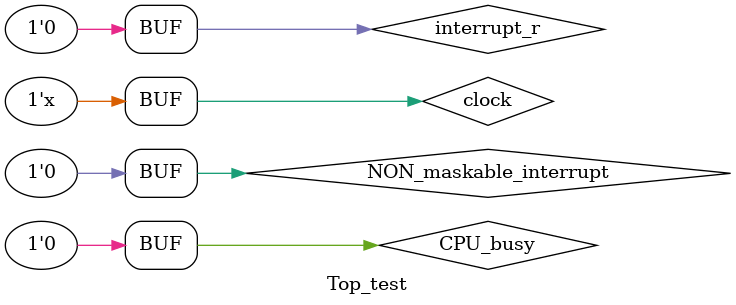
<source format=v>
`timescale 1ns / 1ps


module Top_test;

	// Inputs
	reg clock;
	reg NON_maskable_interrupt;
	reg interrupt_r;
	reg CPU_busy;

	// Outputs
	wire INA;
	wire [31:0] pc_out;
	wire [3:0] system_state;
	wire [31:0] PCIN;
	wire [4:0] reg_write_dest;
	wire [31:0] reg_write_data;
	wire [31:0] regdata1;
	wire [31:0] regdata2;

	// Instantiate the Unit Under Test (UUT)
	Top uut (
		.clock(clock), 
		.NON_maskable_interrupt(NON_maskable_interrupt), 
		.interrupt_r(interrupt_r), 
		.CPU_busy(CPU_busy), 
		.INA(INA), 
		.pc_out(pc_out), 
		.system_state(system_state), 
		.PCIN(PCIN), 
		.reg_write_dest(reg_write_dest), 
		.reg_write_data(reg_write_data), 
		.regdata1(regdata1),
		.regdata2(regdata2)
	);

	initial begin
		// Initialize Inputs
		clock = 0;
		NON_maskable_interrupt = 0;
		interrupt_r = 0;
		CPU_busy = 0;

		// Wait 100 ns for global reset to finish
		//s2=s2+3=3
		///////////////////////////
		//#100;
       //interrupt_r  = 1; //s2=0
		//#100;
       //interrupt_r  = 0;
		 //s3=s3+4=4
		 //s4=s3+s2=4
		 
		//#560;
		//NON_maskable_interrupt = 1;//s3=0
		//#100;//140
		//NON_maskable_interrupt = 0;
		//s2=s2+3=3
		//s3=s3+4=4
		//s4=s2+s3=7
//		 Add stimulus here

	end
      always begin #20 clock=~clock; end
endmodule


</source>
